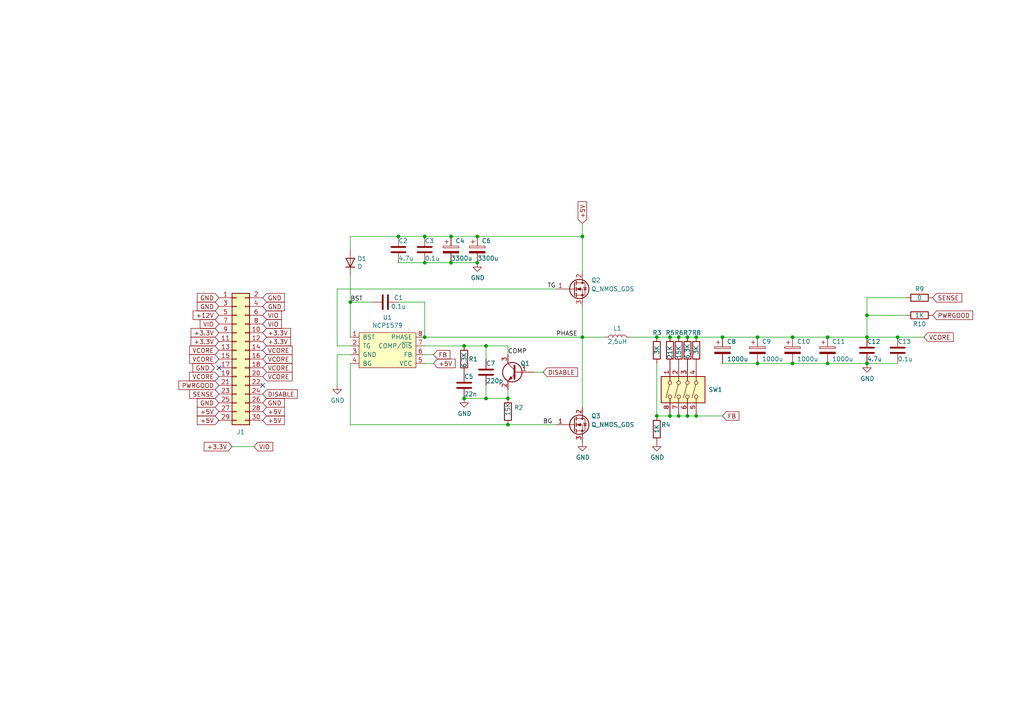
<source format=kicad_sch>
(kicad_sch (version 20230121) (generator eeschema)
  (paper "A4")
  (title_block (title "MMX-VRM") (date "2023-02-27") (rev "0.3") (company "Necroware") (comment 1 "by Scorp"))
  (lib_symbols
    (symbol "Connector_Generic:Conn_02x15_Odd_Even" (pin_names (offset 1.016) hide)
      (property "Reference" "J" (at 1.27 20.32 0))
      (property "Value" "Conn_02x15_Odd_Even" (at 1.27 -20.32 0))
      (symbol "Conn_02x15_Odd_Even_1_1"
        (rectangle (start -1.27 -17.653) (end 0 -17.907) (stroke (width 0.1524)))
        (rectangle (start -1.27 -15.113) (end 0 -15.367) (stroke (width 0.1524)))
        (rectangle (start -1.27 -12.573) (end 0 -12.827) (stroke (width 0.1524)))
        (rectangle (start -1.27 -10.033) (end 0 -10.287) (stroke (width 0.1524)))
        (rectangle (start -1.27 -7.493) (end 0 -7.747) (stroke (width 0.1524)))
        (rectangle (start -1.27 -4.953) (end 0 -5.207) (stroke (width 0.1524)))
        (rectangle (start -1.27 -2.413) (end 0 -2.667) (stroke (width 0.1524)))
        (rectangle (start -1.27 0.127) (end 0 -0.127) (stroke (width 0.1524)))
        (rectangle (start -1.27 2.667) (end 0 2.413) (stroke (width 0.1524)))
        (rectangle (start -1.27 5.207) (end 0 4.953) (stroke (width 0.1524)))
        (rectangle (start -1.27 7.747) (end 0 7.493) (stroke (width 0.1524)))
        (rectangle (start -1.27 10.287) (end 0 10.033) (stroke (width 0.1524)))
        (rectangle (start -1.27 12.827) (end 0 12.573) (stroke (width 0.1524)))
        (rectangle (start -1.27 15.367) (end 0 15.113) (stroke (width 0.1524)))
        (rectangle (start -1.27 17.907) (end 0 17.653) (stroke (width 0.1524)))
        (rectangle (start -1.27 19.05) (end 3.81 -19.05) (stroke (width 0.254)) (fill (type background)))
        (rectangle (start 3.81 -17.653) (end 2.54 -17.907) (stroke (width 0.1524)))
        (rectangle (start 3.81 -15.113) (end 2.54 -15.367) (stroke (width 0.1524)))
        (rectangle (start 3.81 -12.573) (end 2.54 -12.827) (stroke (width 0.1524)))
        (rectangle (start 3.81 -10.033) (end 2.54 -10.287) (stroke (width 0.1524)))
        (rectangle (start 3.81 -7.493) (end 2.54 -7.747) (stroke (width 0.1524)))
        (rectangle (start 3.81 -4.953) (end 2.54 -5.207) (stroke (width 0.1524)))
        (rectangle (start 3.81 -2.413) (end 2.54 -2.667) (stroke (width 0.1524)))
        (rectangle (start 3.81 0.127) (end 2.54 -0.127) (stroke (width 0.1524)))
        (rectangle (start 3.81 2.667) (end 2.54 2.413) (stroke (width 0.1524)))
        (rectangle (start 3.81 5.207) (end 2.54 4.953) (stroke (width 0.1524)))
        (rectangle (start 3.81 7.747) (end 2.54 7.493) (stroke (width 0.1524)))
        (rectangle (start 3.81 10.287) (end 2.54 10.033) (stroke (width 0.1524)))
        (rectangle (start 3.81 12.827) (end 2.54 12.573) (stroke (width 0.1524)))
        (rectangle (start 3.81 15.367) (end 2.54 15.113) (stroke (width 0.1524)))
        (rectangle (start 3.81 17.907) (end 2.54 17.653) (stroke (width 0.1524)))
        (pin passive line (at -5.08 17.78 0) (length 3.81) (name "Pin_1") (number "1"))
        (pin passive line (at 7.62 7.62 180) (length 3.81) (name "Pin_10") (number "10"))
        (pin passive line (at -5.08 5.08 0) (length 3.81) (name "Pin_11") (number "11"))
        (pin passive line (at 7.62 5.08 180) (length 3.81) (name "Pin_12") (number "12"))
        (pin passive line (at -5.08 2.54 0) (length 3.81) (name "Pin_13") (number "13"))
        (pin passive line (at 7.62 2.54 180) (length 3.81) (name "Pin_14") (number "14"))
        (pin passive line (at -5.08 0 0) (length 3.81) (name "Pin_15") (number "15"))
        (pin passive line (at 7.62 0 180) (length 3.81) (name "Pin_16") (number "16"))
        (pin passive line (at -5.08 -2.54 0) (length 3.81) (name "Pin_17") (number "17"))
        (pin passive line (at 7.62 -2.54 180) (length 3.81) (name "Pin_18") (number "18"))
        (pin passive line (at -5.08 -5.08 0) (length 3.81) (name "Pin_19") (number "19"))
        (pin passive line (at 7.62 17.78 180) (length 3.81) (name "Pin_2") (number "2"))
        (pin passive line (at 7.62 -5.08 180) (length 3.81) (name "Pin_20") (number "20"))
        (pin passive line (at -5.08 -7.62 0) (length 3.81) (name "Pin_21") (number "21"))
        (pin passive line (at 7.62 -7.62 180) (length 3.81) (name "Pin_22") (number "22"))
        (pin passive line (at -5.08 -10.16 0) (length 3.81) (name "Pin_23") (number "23"))
        (pin passive line (at 7.62 -10.16 180) (length 3.81) (name "Pin_24") (number "24"))
        (pin passive line (at -5.08 -12.7 0) (length 3.81) (name "Pin_25") (number "25"))
        (pin passive line (at 7.62 -12.7 180) (length 3.81) (name "Pin_26") (number "26"))
        (pin passive line (at -5.08 -15.24 0) (length 3.81) (name "Pin_27") (number "27"))
        (pin passive line (at 7.62 -15.24 180) (length 3.81) (name "Pin_28") (number "28"))
        (pin passive line (at -5.08 -17.78 0) (length 3.81) (name "Pin_29") (number "29"))
        (pin passive line (at -5.08 15.24 0) (length 3.81) (name "Pin_3") (number "3"))
        (pin passive line (at 7.62 -17.78 180) (length 3.81) (name "Pin_30") (number "30"))
        (pin passive line (at 7.62 15.24 180) (length 3.81) (name "Pin_4") (number "4"))
        (pin passive line (at -5.08 12.7 0) (length 3.81) (name "Pin_5") (number "5"))
        (pin passive line (at 7.62 12.7 180) (length 3.81) (name "Pin_6") (number "6"))
        (pin passive line (at -5.08 10.16 0) (length 3.81) (name "Pin_7") (number "7"))
        (pin passive line (at 7.62 10.16 180) (length 3.81) (name "Pin_8") (number "8"))
        (pin passive line (at -5.08 7.62 0) (length 3.81) (name "Pin_9") (number "9"))
      )
    )
    (symbol "Device:C" (pin_numbers hide) (pin_names (offset 0.254))
      (property "Reference" "C" (at 0.635 2.54 0))
      (property "Value" "C" (at 0.635 -2.54 0))
      (symbol "C_0_1"
        (polyline (pts (xy -2.032 -0.762) (xy 2.032 -0.762)) (stroke (width 0.508)))
        (polyline (pts (xy -2.032 0.762) (xy 2.032 0.762)) (stroke (width 0.508)))
      )
      (symbol "C_1_1"
        (pin passive line (at 0 3.81 270) (length 2.794) (name "~") (number "1"))
        (pin passive line (at 0 -3.81 90) (length 2.794) (name "~") (number "2"))
      )
    )
    (symbol "Device:CP" (pin_numbers hide) (pin_names (offset 0.254))
      (property "Reference" "C" (at 0.635 2.54 0))
      (property "Value" "Device_CP" (at 0.635 -2.54 0))
      (symbol "CP_0_1"
        (rectangle (start -2.286 0.508) (end 2.286 1.016))
        (polyline (pts (xy -1.778 2.286) (xy -0.762 2.286)))
        (polyline (pts (xy -1.27 2.794) (xy -1.27 1.778)))
        (rectangle (start 2.286 -0.508) (end -2.286 -1.016) (fill (type outline)))
      )
      (symbol "CP_1_1"
        (pin passive line (at 0 3.81 270) (length 2.794) (name "~") (number "1"))
        (pin passive line (at 0 -3.81 90) (length 2.794) (name "~") (number "2"))
      )
    )
    (symbol "Device:D" (pin_numbers hide) (pin_names (offset 1.016) hide)
      (property "Reference" "D" (at 0 2.54 0))
      (property "Value" "D" (at 0 -2.54 0))
      (symbol "D_0_1"
        (polyline (pts (xy -1.27 1.27) (xy -1.27 -1.27)) (stroke (width 0.254)))
        (polyline (pts (xy 1.27 0) (xy -1.27 0)))
        (polyline (pts (xy 1.27 1.27) (xy 1.27 -1.27) (xy -1.27 0) (xy 1.27 1.27)) (stroke (width 0.254)))
      )
      (symbol "D_1_1"
        (pin passive line (at -3.81 0 0) (length 2.54) (name "K") (number "1"))
        (pin passive line (at 3.81 0 180) (length 2.54) (name "A") (number "2"))
      )
    )
    (symbol "Device:L" (pin_numbers hide) (pin_names (offset 1.016) hide)
      (property "Reference" "L" (at -1.27 0 90))
      (property "Value" "L" (at 1.905 0 90))
      (symbol "L_0_1"
        (arc (start 0 -2.54) (mid 0.6323 -1.905) (end 0 -1.27))
        (arc (start 0 -1.27) (mid 0.6323 -0.635) (end 0 0))
        (arc (start 0 0) (mid 0.6323 0.635) (end 0 1.27))
        (arc (start 0 1.27) (mid 0.6323 1.905) (end 0 2.54))
      )
      (symbol "L_1_1"
        (pin passive line (at 0 3.81 270) (length 1.27) (name "1") (number "1"))
        (pin passive line (at 0 -3.81 90) (length 1.27) (name "2") (number "2"))
      )
    )
    (symbol "Device:Q_NMOS_GDS" (pin_names (offset 0) hide)
      (property "Reference" "Q" (at 5.08 1.27 0))
      (property "Value" "Q_NMOS_GDS" (at 5.08 -1.27 0))
      (symbol "Q_NMOS_GDS_0_1"
        (polyline (pts (xy 0.254 0) (xy -2.54 0)))
        (polyline (pts (xy 0.254 1.905) (xy 0.254 -1.905)) (stroke (width 0.254)))
        (polyline (pts (xy 0.762 -1.27) (xy 0.762 -2.286)) (stroke (width 0.254)))
        (polyline (pts (xy 0.762 0.508) (xy 0.762 -0.508)) (stroke (width 0.254)))
        (polyline (pts (xy 0.762 2.286) (xy 0.762 1.27)) (stroke (width 0.254)))
        (polyline (pts (xy 2.54 2.54) (xy 2.54 1.778)))
        (polyline (pts (xy 2.54 -2.54) (xy 2.54 0) (xy 0.762 0)))
        (polyline (pts (xy 0.762 -1.778) (xy 3.302 -1.778) (xy 3.302 1.778) (xy 0.762 1.778)))
        (polyline (pts (xy 1.016 0) (xy 2.032 0.381) (xy 2.032 -0.381) (xy 1.016 0)) (fill (type outline)))
        (polyline (pts (xy 2.794 0.508) (xy 2.921 0.381) (xy 3.683 0.381) (xy 3.81 0.254)))
        (polyline (pts (xy 3.302 0.381) (xy 2.921 -0.254) (xy 3.683 -0.254) (xy 3.302 0.381)))
        (circle (center 1.651 0) (radius 2.794) (stroke (width 0.254)))
        (circle (center 2.54 -1.778) (radius 0.254) (fill (type outline)))
        (circle (center 2.54 1.778) (radius 0.254) (fill (type outline)))
      )
      (symbol "Q_NMOS_GDS_1_1"
        (pin input line (at -5.08 0 0) (length 2.54) (name "G") (number "1"))
        (pin passive line (at 2.54 5.08 270) (length 2.54) (name "D") (number "2"))
        (pin passive line (at 2.54 -5.08 90) (length 2.54) (name "S") (number "3"))
      )
    )
    (symbol "Device:Q_NPN_BEC" (pin_names (offset 0) hide)
      (property "Reference" "Q" (at 5.08 1.27 0))
      (property "Value" "Q_NPN_BEC" (at 5.08 -1.27 0))
      (symbol "Q_NPN_BEC_0_1"
        (polyline (pts (xy 0.635 0.635) (xy 2.54 2.54)))
        (polyline (pts (xy 0.635 -0.635) (xy 2.54 -2.54) (xy 2.54 -2.54)))
        (polyline (pts (xy 0.635 1.905) (xy 0.635 -1.905) (xy 0.635 -1.905)) (stroke (width 0.508)))
        (polyline (pts (xy 1.27 -1.778) (xy 1.778 -1.27) (xy 2.286 -2.286) (xy 1.27 -1.778) (xy 1.27 -1.778)) (fill (type outline)))
        (circle (center 1.27 0) (radius 2.8194) (stroke (width 0.254)))
      )
      (symbol "Q_NPN_BEC_1_1"
        (pin input line (at -5.08 0 0) (length 5.715) (name "B") (number "1"))
        (pin passive line (at 2.54 -5.08 90) (length 2.54) (name "E") (number "2"))
        (pin passive line (at 2.54 5.08 270) (length 2.54) (name "C") (number "3"))
      )
    )
    (symbol "Device:R" (pin_numbers hide) (pin_names (offset 0))
      (property "Reference" "R" (at 2.032 0 90))
      (property "Value" "R" (at 0 0 90))
      (symbol "R_0_1"
        (rectangle (start -1.016 -2.54) (end 1.016 2.54) (stroke (width 0.254)))
      )
      (symbol "R_1_1"
        (pin passive line (at 0 3.81 270) (length 1.27) (name "~") (number "1"))
        (pin passive line (at 0 -3.81 90) (length 1.27) (name "~") (number "2"))
      )
    )
    (symbol "Switch:SW_DIP_x04" (pin_names (offset 0) hide)
      (property "Reference" "SW" (at 0 8.89 0))
      (property "Value" "SW_DIP_x04" (at 0 -6.35 0))
      (symbol "SW_DIP_x04_0_0"
        (circle (center -2.032 -2.54) (radius 0.508))
        (circle (center -2.032 0) (radius 0.508))
        (circle (center -2.032 2.54) (radius 0.508))
        (circle (center -2.032 5.08) (radius 0.508))
        (polyline (pts (xy -1.524 -2.3876) (xy 2.3622 -1.3462)))
        (polyline (pts (xy -1.524 0.127) (xy 2.3622 1.1684)))
        (polyline (pts (xy -1.524 2.667) (xy 2.3622 3.7084)))
        (polyline (pts (xy -1.524 5.207) (xy 2.3622 6.2484)))
        (circle (center 2.032 -2.54) (radius 0.508))
        (circle (center 2.032 0) (radius 0.508))
        (circle (center 2.032 2.54) (radius 0.508))
        (circle (center 2.032 5.08) (radius 0.508))
      )
      (symbol "SW_DIP_x04_0_1"
        (rectangle (start -3.81 7.62) (end 3.81 -5.08) (stroke (width 0.254)) (fill (type background)))
      )
      (symbol "SW_DIP_x04_1_1"
        (pin passive line (at -7.62 5.08 0) (length 5.08) (name "~") (number "1"))
        (pin passive line (at -7.62 2.54 0) (length 5.08) (name "~") (number "2"))
        (pin passive line (at -7.62 0 0) (length 5.08) (name "~") (number "3"))
        (pin passive line (at -7.62 -2.54 0) (length 5.08) (name "~") (number "4"))
        (pin passive line (at 7.62 -2.54 180) (length 5.08) (name "~") (number "5"))
        (pin passive line (at 7.62 0 180) (length 5.08) (name "~") (number "6"))
        (pin passive line (at 7.62 2.54 180) (length 5.08) (name "~") (number "7"))
        (pin passive line (at 7.62 5.08 180) (length 5.08) (name "~") (number "8"))
      )
    )
    (symbol "mmx-vrm:NCP1579" (pin_names (offset 1.016))
      (property "Reference" "U" (at 0 3.81 0))
      (property "Value" "NCP1579" (at 0 1.27 0))
      (symbol "NCP1579_0_1"
        (rectangle (start -7.62 -1.27) (end 8.89 -11.43) (fill (type background)))
      )
      (symbol "NCP1579_1_1"
        (pin input line (at -10.16 -2.54 0) (length 2.54) (name "BST") (number "1"))
        (pin input line (at -10.16 -5.08 0) (length 2.54) (name "TG") (number "2"))
        (pin input line (at -10.16 -7.62 0) (length 2.54) (name "GND") (number "3"))
        (pin input line (at -10.16 -10.16 0) (length 2.54) (name "BG") (number "4"))
        (pin input line (at 11.43 -10.16 180) (length 2.54) (name "VCC") (number "5"))
        (pin input line (at 11.43 -7.62 180) (length 2.54) (name "FB") (number "6"))
        (pin input line (at 11.43 -5.08 180) (length 2.54) (name "COMP/~{DIS}") (number "7"))
        (pin input line (at 11.43 -2.54 180) (length 2.54) (name "PHASE") (number "8"))
      )
    )
    (symbol "power:GND" (power) (pin_names (offset 0))
      (property "Value" "GND" (at 0 -3.81 0))
      (symbol "GND_0_1"
        (polyline (pts (xy 0 0) (xy 0 -1.27) (xy 1.27 -1.27) (xy 0 -2.54) (xy -1.27 -1.27) (xy 0 -1.27)))
      )
      (symbol "GND_1_1"
        (pin power_in line (at 0 0 270) (length 0) hide (name "GND") (number "1"))
      )
    )
  )
  (junction (at 147.32 115.57))
  (junction (at 194.31 97.79))
  (junction (at 251.46 91.44))
  (junction (at 196.85 120.65))
  (junction (at 115.57 68.58))
  (junction (at 229.87 97.79))
  (junction (at 219.71 105.41))
  (junction (at 168.91 97.79))
  (junction (at 199.39 120.65))
  (junction (at 123.19 97.79))
  (junction (at 240.03 97.79))
  (junction (at 190.5 120.65))
  (junction (at 194.31 120.65))
  (junction (at 123.19 68.58))
  (junction (at 138.43 68.58))
  (junction (at 134.62 100.33))
  (junction (at 138.43 76.2))
  (junction (at 199.39 97.79))
  (junction (at 240.03 105.41))
  (junction (at 134.62 115.57))
  (junction (at 101.6 87.63))
  (junction (at 201.93 120.65))
  (junction (at 251.46 97.79))
  (junction (at 168.91 68.58))
  (junction (at 130.81 76.2))
  (junction (at 130.81 68.58))
  (junction (at 219.71 97.79))
  (junction (at 196.85 97.79))
  (junction (at 140.97 115.57))
  (junction (at 251.46 105.41))
  (junction (at 260.35 97.79))
  (junction (at 147.32 123.19))
  (junction (at 190.5 97.79))
  (junction (at 201.93 97.79))
  (junction (at 209.55 97.79))
  (junction (at 229.87 105.41))
  (junction (at 123.19 76.2))
  (junction (at 140.97 100.33))
  (no_connect (at 76.2 111.76))
  (no_connect (at 63.5 106.68))
  (wire (pts (xy 209.55 105.41) (xy 219.71 105.41)))
  (wire (pts (xy 101.6 87.63) (xy 101.6 97.79)))
  (wire (pts (xy 130.81 76.2) (xy 138.43 76.2)))
  (wire (pts (xy 154.94 107.95) (xy 157.48 107.95)))
  (wire (pts (xy 251.46 91.44) (xy 262.89 91.44)))
  (wire (pts (xy 190.5 105.41) (xy 190.5 120.65)))
  (wire (pts (xy 123.19 100.33) (xy 134.62 100.33)))
  (wire (pts (xy 199.39 120.65) (xy 201.93 120.65)))
  (wire (pts (xy 190.5 97.79) (xy 194.31 97.79)))
  (wire (pts (xy 101.6 68.58) (xy 115.57 68.58)))
  (wire (pts (xy 168.91 97.79) (xy 168.91 118.11)))
  (wire (pts (xy 115.57 87.63) (xy 123.19 87.63)))
  (wire (pts (xy 147.32 113.03) (xy 147.32 115.57)))
  (wire (pts (xy 201.93 97.79) (xy 209.55 97.79)))
  (wire (pts (xy 229.87 105.41) (xy 240.03 105.41)))
  (wire (pts (xy 134.62 100.33) (xy 140.97 100.33)))
  (wire (pts (xy 194.31 97.79) (xy 196.85 97.79)))
  (wire (pts (xy 101.6 72.39) (xy 101.6 68.58)))
  (wire (pts (xy 168.91 64.77) (xy 168.91 68.58)))
  (wire (pts (xy 140.97 100.33) (xy 147.32 100.33)))
  (wire (pts (xy 101.6 123.19) (xy 147.32 123.19)))
  (wire (pts (xy 147.32 115.57) (xy 140.97 115.57)))
  (wire (pts (xy 251.46 91.44) (xy 251.46 97.79)))
  (wire (pts (xy 107.95 87.63) (xy 101.6 87.63)))
  (wire (pts (xy 219.71 97.79) (xy 229.87 97.79)))
  (wire (pts (xy 101.6 105.41) (xy 101.6 123.19)))
  (wire (pts (xy 147.32 100.33) (xy 147.32 102.87)))
  (wire (pts (xy 67.31 129.54) (xy 73.66 129.54)))
  (wire (pts (xy 140.97 111.76) (xy 140.97 115.57)))
  (wire (pts (xy 194.31 120.65) (xy 196.85 120.65)))
  (wire (pts (xy 101.6 102.87) (xy 97.79 102.87)))
  (wire (pts (xy 182.88 97.79) (xy 190.5 97.79)))
  (wire (pts (xy 123.19 97.79) (xy 168.91 97.79)))
  (wire (pts (xy 115.57 68.58) (xy 123.19 68.58)))
  (wire (pts (xy 123.19 68.58) (xy 130.81 68.58)))
  (wire (pts (xy 168.91 68.58) (xy 168.91 78.74)))
  (wire (pts (xy 147.32 123.19) (xy 161.29 123.19)))
  (wire (pts (xy 199.39 97.79) (xy 201.93 97.79)))
  (wire (pts (xy 260.35 97.79) (xy 267.97 97.79)))
  (wire (pts (xy 168.91 97.79) (xy 175.26 97.79)))
  (wire (pts (xy 240.03 105.41) (xy 251.46 105.41)))
  (wire (pts (xy 196.85 97.79) (xy 199.39 97.79)))
  (wire (pts (xy 101.6 80.01) (xy 101.6 87.63)))
  (wire (pts (xy 123.19 105.41) (xy 125.73 105.41)))
  (wire (pts (xy 138.43 68.58) (xy 168.91 68.58)))
  (wire (pts (xy 123.19 87.63) (xy 123.19 97.79)))
  (wire (pts (xy 229.87 97.79) (xy 240.03 97.79)))
  (wire (pts (xy 194.31 120.65) (xy 190.5 120.65)))
  (wire (pts (xy 168.91 88.9) (xy 168.91 97.79)))
  (wire (pts (xy 97.79 83.82) (xy 161.29 83.82)))
  (wire (pts (xy 196.85 120.65) (xy 199.39 120.65)))
  (wire (pts (xy 140.97 115.57) (xy 134.62 115.57)))
  (wire (pts (xy 115.57 76.2) (xy 123.19 76.2)))
  (wire (pts (xy 140.97 100.33) (xy 140.97 104.14)))
  (wire (pts (xy 97.79 102.87) (xy 97.79 111.76)))
  (wire (pts (xy 209.55 97.79) (xy 219.71 97.79)))
  (wire (pts (xy 251.46 86.36) (xy 262.89 86.36)))
  (wire (pts (xy 240.03 97.79) (xy 251.46 97.79)))
  (wire (pts (xy 101.6 100.33) (xy 97.79 100.33)))
  (wire (pts (xy 123.19 76.2) (xy 130.81 76.2)))
  (wire (pts (xy 251.46 105.41) (xy 260.35 105.41)))
  (wire (pts (xy 251.46 97.79) (xy 260.35 97.79)))
  (wire (pts (xy 97.79 100.33) (xy 97.79 83.82)))
  (wire (pts (xy 251.46 86.36) (xy 251.46 91.44)))
  (wire (pts (xy 130.81 68.58) (xy 138.43 68.58)))
  (wire (pts (xy 219.71 105.41) (xy 229.87 105.41)))
  (wire (pts (xy 201.93 120.65) (xy 209.55 120.65)))
  (wire (pts (xy 123.19 102.87) (xy 125.73 102.87)))
  (label "PHASE" (at 161.29 97.79 0))
  (label "COMP" (at 147.32 102.87 0))
  (label "TG" (at 158.75 83.82 0))
  (label "BST" (at 101.6 87.63 0))
  (label "BG" (at 157.48 123.19 0))
  (global_label "GND" (shape input) (at 63.5 116.84 180) (property "Intersheetrefs" "${INTERSHEET_REFS}" (effects hide)))
  (global_label "VCORE" (shape input) (at 76.2 104.14 0) (property "Intersheetrefs" "${INTERSHEET_REFS}" (effects hide)))
  (global_label "+5V" (shape input) (at 168.91 64.77 90) (property "Intersheetrefs" "${INTERSHEET_REFS}" (effects hide)))
  (global_label "GND" (shape input) (at 76.2 86.36 0) (property "Intersheetrefs" "${INTERSHEET_REFS}" (effects hide)))
  (global_label "GND" (shape input) (at 63.5 86.36 180) (property "Intersheetrefs" "${INTERSHEET_REFS}" (effects hide)))
  (global_label "VIO" (shape input) (at 76.2 91.44 0) (property "Intersheetrefs" "${INTERSHEET_REFS}" (effects hide)))
  (global_label "FB" (shape input) (at 125.73 102.87 0) (property "Intersheetrefs" "${INTERSHEET_REFS}" (effects hide)))
  (global_label "GND" (shape input) (at 76.2 116.84 0) (property "Intersheetrefs" "${INTERSHEET_REFS}" (effects hide)))
  (global_label "PWRGOOD" (shape input) (at 270.51 91.44 0) (property "Intersheetrefs" "${INTERSHEET_REFS}" (effects hide)))
  (global_label "VCORE" (shape input) (at 267.97 97.79 0) (property "Intersheetrefs" "${INTERSHEET_REFS}" (effects hide)))
  (global_label "DISABLE" (shape input) (at 157.48 107.95 0) (property "Intersheetrefs" "${INTERSHEET_REFS}" (effects hide)))
  (global_label "VIO" (shape input) (at 63.5 93.98 180) (property "Intersheetrefs" "${INTERSHEET_REFS}" (effects hide)))
  (global_label "GND" (shape input) (at 62.23 106.68 180) (property "Intersheetrefs" "${INTERSHEET_REFS}" (effects hide)))
  (global_label "FB" (shape input) (at 209.55 120.65 0) (property "Intersheetrefs" "${INTERSHEET_REFS}" (effects hide)))
  (global_label "+5V" (shape input) (at 63.5 121.92 180) (property "Intersheetrefs" "${INTERSHEET_REFS}" (effects hide)))
  (global_label "DISABLE" (shape input) (at 76.2 114.3 0) (property "Intersheetrefs" "${INTERSHEET_REFS}" (effects hide)))
  (global_label "+3.3V" (shape input) (at 63.5 96.52 180) (property "Intersheetrefs" "${INTERSHEET_REFS}" (effects hide)))
  (global_label "VCORE" (shape input) (at 63.5 101.6 180) (property "Intersheetrefs" "${INTERSHEET_REFS}" (effects hide)))
  (global_label "VCORE" (shape input) (at 76.2 109.22 0) (property "Intersheetrefs" "${INTERSHEET_REFS}" (effects hide)))
  (global_label "+3.3V" (shape input) (at 76.2 99.06 0) (property "Intersheetrefs" "${INTERSHEET_REFS}" (effects hide)))
  (global_label "+5V" (shape input) (at 76.2 121.92 0) (property "Intersheetrefs" "${INTERSHEET_REFS}" (effects hide)))
  (global_label "+5V" (shape input) (at 63.5 119.38 180) (property "Intersheetrefs" "${INTERSHEET_REFS}" (effects hide)))
  (global_label "VCORE" (shape input) (at 63.5 109.22 180) (property "Intersheetrefs" "${INTERSHEET_REFS}" (effects hide)))
  (global_label "PWRGOOD" (shape input) (at 63.5 111.76 180) (property "Intersheetrefs" "${INTERSHEET_REFS}" (effects hide)))
  (global_label "+12V" (shape input) (at 63.5 91.44 180) (property "Intersheetrefs" "${INTERSHEET_REFS}" (effects hide)))
  (global_label "VCORE" (shape input) (at 76.2 101.6 0) (property "Intersheetrefs" "${INTERSHEET_REFS}" (effects hide)))
  (global_label "+3.3V" (shape input) (at 63.5 99.06 180) (property "Intersheetrefs" "${INTERSHEET_REFS}" (effects hide)))
  (global_label "VCORE" (shape input) (at 76.2 106.68 0) (property "Intersheetrefs" "${INTERSHEET_REFS}" (effects hide)))
  (global_label "SENSE" (shape input) (at 270.51 86.36 0) (property "Intersheetrefs" "${INTERSHEET_REFS}" (effects hide)))
  (global_label "+5V" (shape input) (at 125.73 105.41 0) (property "Intersheetrefs" "${INTERSHEET_REFS}" (effects hide)))
  (global_label "VIO" (shape input) (at 73.66 129.54 0) (property "Intersheetrefs" "${INTERSHEET_REFS}" (effects hide)))
  (global_label "VIO" (shape input) (at 76.2 93.98 0) (property "Intersheetrefs" "${INTERSHEET_REFS}" (effects hide)))
  (global_label "GND" (shape input) (at 76.2 88.9 0) (property "Intersheetrefs" "${INTERSHEET_REFS}" (effects hide)))
  (global_label "VCORE" (shape input) (at 63.5 104.14 180) (property "Intersheetrefs" "${INTERSHEET_REFS}" (effects hide)))
  (global_label "+3.3V" (shape input) (at 76.2 96.52 0) (property "Intersheetrefs" "${INTERSHEET_REFS}" (effects hide)))
  (global_label "+3.3V" (shape input) (at 67.31 129.54 180) (property "Intersheetrefs" "${INTERSHEET_REFS}" (effects hide)))
  (global_label "SENSE" (shape input) (at 63.5 114.3 180) (property "Intersheetrefs" "${INTERSHEET_REFS}" (effects hide)))
  (global_label "+5V" (shape input) (at 76.2 119.38 0) (property "Intersheetrefs" "${INTERSHEET_REFS}" (effects hide)))
  (global_label "GND" (shape input) (at 63.5 88.9 180) (property "Intersheetrefs" "${INTERSHEET_REFS}" (effects hide)))
  (symbol (lib_id "Connector_Generic:Conn_02x15_Odd_Even") (at 68.58 104.14 0) (unit 1)
    (property "Reference" "J1" (at 69.85 125.2982 0))
    (property "Value" "Conn_02x15_Row_Letter_First" (effects hide))
    (property "Footprint" "Connector_PinSocket_2.54mm:PinSocket_2x15_P2.54mm_Horizontal" (effects hide))
    (property "LCSC" "C2897435" (effects hide))
  )
  (symbol (lib_id "Device:R") (at 190.5 124.46 0) (unit 1)
    (property "Reference" "R4" (at 191.77 123.19 0) (effects (justify left)))
    (property "Value" "1K" (at 190.5 125.73 90) (effects (justify left)))
    (property "Footprint" "Resistor_SMD:R_1206_3216Metric_Pad1.30x1.75mm_HandSolder" (effects hide))
    (property "LCSC" "C144508" (effects hide))
  )
  (symbol (lib_id "Device:R") (at 190.5 101.6 0) (unit 1)
    (property "Reference" "R3" (at 189.23 96.52 0) (effects (justify left)))
    (property "Value" "3K" (at 190.5 102.87 90) (effects (justify left)))
    (property "Footprint" "Resistor_SMD:R_1206_3216Metric_Pad1.30x1.75mm_HandSolder" (effects hide))
    (property "LCSC" "C229609" (effects hide))
  )
  (symbol (lib_id "power:GND") (at 190.5 128.27 0) (unit 1)
    (property "Reference" "#PWR05" (effects hide))
    (property "Value" "GND" (at 190.627 132.6642 0))
  )
  (symbol (lib_id "Switch:SW_DIP_x04") (at 199.39 113.03 90) (mirror x) (unit 1)
    (property "Reference" "SW1" (at 209.55 113.03 90) (effects (justify left)))
    (property "Value" "SW_DIP_x04" (effects hide))
    (property "Footprint" "Button_Switch_THT:SW_DIP_SPSTx04_Slide_9.78x12.34mm_W7.62mm_P2.54mm" (effects hide))
    (property "LCSC" "C15781" (effects hide))
  )
  (symbol (lib_id "Device:R") (at 199.39 101.6 0) (unit 1)
    (property "Reference" "R7" (at 198.12 96.52 0) (effects (justify left)))
    (property "Value" "6,3K" (at 199.39 104.14 90) (effects (justify left)))
    (property "Footprint" "Resistor_SMD:R_1206_3216Metric_Pad1.30x1.75mm_HandSolder" (effects hide))
    (property "LCSC" "C229767" (effects hide))
  )
  (symbol (lib_id "Device:R") (at 196.85 101.6 0) (unit 1)
    (property "Reference" "R6" (at 195.58 96.52 0) (effects (justify left)))
    (property "Value" "15K" (at 196.85 104.14 90) (effects (justify left)))
    (property "Footprint" "Resistor_SMD:R_1206_3216Metric_Pad1.30x1.75mm_HandSolder" (effects hide))
    (property "LCSC" "C144515" (effects hide))
  )
  (symbol (lib_id "Device:R") (at 194.31 101.6 0) (unit 1)
    (property "Reference" "R5" (at 193.04 96.52 0) (effects (justify left)))
    (property "Value" "21K" (at 194.31 104.14 90) (effects (justify left)))
    (property "Footprint" "Resistor_SMD:R_1206_3216Metric_Pad1.30x1.75mm_HandSolder" (effects hide))
    (property "LCSC" "C229446" (effects hide))
  )
  (symbol (lib_id "Device:R") (at 266.7 91.44 270) (unit 1)
    (property "Reference" "R10" (at 266.7 93.98 90))
    (property "Value" "1K" (at 266.7 91.44 90))
    (property "Footprint" "Resistor_SMD:R_1206_3216Metric_Pad1.30x1.75mm_HandSolder" (effects hide))
    (property "LCSC" "C144508" (effects hide))
  )
  (symbol (lib_id "Device:R") (at 266.7 86.36 270) (unit 1)
    (property "Reference" "R9" (at 266.7 83.82 90))
    (property "Value" "0" (at 266.7 86.36 90))
    (property "Footprint" "Resistor_SMD:R_1206_3216Metric_Pad1.30x1.75mm_HandSolder" (effects hide))
    (property "LCSC" "C352163" (effects hide))
  )
  (symbol (lib_id "Device:L") (at 179.07 97.79 90) (unit 1)
    (property "Reference" "L1" (at 179.07 95.25 90))
    (property "Value" "2,5uH" (at 179.07 99.06 90))
    (property "Footprint" "Inductor_THT:L_Toroid_Vertical_L16.0mm_W8.0mm_P7.62mm" (effects hide))
  )
  (symbol (lib_id "Device:CP") (at 209.55 101.6 0) (unit 1)
    (property "Reference" "C8" (at 210.82 99.06 0) (effects (justify left)))
    (property "Value" "1000u" (at 210.82 104.14 0) (effects (justify left)))
    (property "Footprint" "Capacitor_THT:CP_Radial_D8.0mm_P3.50mm" (effects hide))
    (property "LCSC" "C407858" (effects hide))
  )
  (symbol (lib_id "mmx-vrm:NCP1579") (at 111.76 95.25 0) (unit 1)
    (property "Reference" "U1" (at 112.395 92.075 0))
    (property "Value" "NCP1579" (at 112.395 94.3864 0))
    (property "Footprint" "Package_SO:SOIC-8_3.9x4.9mm_P1.27mm" (effects hide))
    (property "LCSC" "C235991" (effects hide))
  )
  (symbol (lib_id "Device:C") (at 111.76 87.63 90) (unit 1)
    (property "Reference" "C1" (at 115.57 86.36 90))
    (property "Value" "0.1u" (at 115.57 88.9 90))
    (property "Footprint" "Capacitor_SMD:C_1206_3216Metric_Pad1.33x1.80mm_HandSolder" (effects hide))
    (property "LCSC" "C696845" (effects hide))
  )
  (symbol (lib_id "Device:Q_NMOS_GDS") (at 166.37 83.82 0) (unit 1)
    (property "Reference" "Q2" (at 171.45 81.28 0) (effects (justify left)))
    (property "Value" "Q_NMOS_GDS" (at 171.45 83.82 0) (effects (justify left)))
    (property "Footprint" "Package_TO_SOT_SMD:TO-252-2" (effects hide))
    (property "LCSC" "C496603" (effects hide))
  )
  (symbol (lib_id "Device:Q_NMOS_GDS") (at 166.37 123.19 0) (unit 1)
    (property "Reference" "Q3" (at 171.45 120.65 0) (effects (justify left)))
    (property "Value" "Q_NMOS_GDS" (at 171.45 123.19 0) (effects (justify left)))
    (property "Footprint" "Package_TO_SOT_SMD:TO-252-2" (effects hide))
    (property "LCSC" "C496603" (effects hide))
  )
  (symbol (lib_id "power:GND") (at 97.79 111.76 0) (unit 1)
    (property "Reference" "#PWR01" (effects hide))
    (property "Value" "GND" (at 97.917 116.1542 0))
  )
  (symbol (lib_id "power:GND") (at 168.91 128.27 0) (unit 1)
    (property "Reference" "#PWR04" (effects hide))
    (property "Value" "GND" (at 169.037 132.6642 0))
  )
  (symbol (lib_id "Device:C") (at 251.46 101.6 0) (unit 1)
    (property "Reference" "C12" (at 251.46 99.06 0) (effects (justify left)))
    (property "Value" "4.7u" (at 251.46 104.14 0) (effects (justify left)))
    (property "Footprint" "Capacitor_SMD:C_1206_3216Metric_Pad1.33x1.80mm_HandSolder" (effects hide))
    (property "LCSC" "C105997" (effects hide))
  )
  (symbol (lib_id "power:GND") (at 251.46 105.41 0) (unit 1)
    (property "Reference" "#PWR06" (effects hide))
    (property "Value" "GND" (at 251.587 109.8042 0))
  )
  (symbol (lib_id "Device:C") (at 123.19 72.39 0) (unit 1)
    (property "Reference" "C3" (at 123.19 69.85 0) (effects (justify left)))
    (property "Value" "0.1u" (at 123.19 74.93 0) (effects (justify left)))
    (property "Footprint" "Capacitor_SMD:C_1206_3216Metric_Pad1.33x1.80mm_HandSolder" (effects hide))
    (property "LCSC" "C696845" (effects hide))
  )
  (symbol (lib_id "power:GND") (at 134.62 115.57 0) (unit 1)
    (property "Reference" "#PWR02" (effects hide))
    (property "Value" "GND" (at 134.747 119.9642 0))
  )
  (symbol (lib_id "Device:D") (at 101.6 76.2 90) (unit 1)
    (property "Reference" "D1" (at 103.632 75.0316 90) (effects (justify right)))
    (property "Value" "D" (at 103.632 77.343 90) (effects (justify right)))
    (property "Footprint" "Diode_SMD:D_1206_3216Metric_Pad1.42x1.75mm_HandSolder" (effects hide))
    (property "LCSC" "C109000" (effects hide))
  )
  (symbol (lib_id "Device:C") (at 140.97 107.95 0) (unit 1)
    (property "Reference" "C7" (at 140.97 105.41 0) (effects (justify left)))
    (property "Value" "220p" (at 140.97 110.49 0) (effects (justify left)))
    (property "Footprint" "Capacitor_SMD:C_1206_3216Metric_Pad1.33x1.80mm_HandSolder" (effects hide))
    (property "LCSC" "C377077" (effects hide))
  )
  (symbol (lib_id "Device:C") (at 134.62 111.76 0) (unit 1)
    (property "Reference" "C5" (at 134.62 109.22 0) (effects (justify left)))
    (property "Value" "22n" (at 134.62 114.3 0) (effects (justify left)))
    (property "Footprint" "Capacitor_SMD:C_1206_3216Metric_Pad1.33x1.80mm_HandSolder" (effects hide))
    (property "LCSC" "C282848" (effects hide))
  )
  (symbol (lib_id "Device:R") (at 134.62 104.14 0) (unit 1)
    (property "Reference" "R1" (at 135.89 104.14 0) (effects (justify left)))
    (property "Value" "6,3K" (at 134.62 106.68 90) (effects (justify left)))
    (property "Footprint" "Resistor_SMD:R_1206_3216Metric_Pad1.30x1.75mm_HandSolder" (effects hide))
    (property "LCSC" "C229767" (effects hide))
  )
  (symbol (lib_id "Device:Q_NPN_BEC") (at 149.86 107.95 0) (mirror y) (unit 1)
    (property "Reference" "Q1" (at 153.67 105.41 0) (effects (justify left)))
    (property "Value" "Q_NPN_BEC" (effects hide))
    (property "Footprint" "Package_TO_SOT_SMD:SOT-23" (effects hide))
    (property "LCSC" "C13871" (effects hide))
  )
  (symbol (lib_id "Device:CP") (at 219.71 101.6 0) (unit 1)
    (property "Reference" "C9" (at 220.98 99.06 0) (effects (justify left)))
    (property "Value" "1000u" (at 220.98 104.14 0) (effects (justify left)))
    (property "Footprint" "Capacitor_THT:CP_Radial_D8.0mm_P3.50mm" (effects hide))
    (property "LCSC" "C407858" (effects hide))
  )
  (symbol (lib_id "Device:R") (at 201.93 101.6 0) (unit 1)
    (property "Reference" "R8" (at 200.66 96.52 0) (effects (justify left)))
    (property "Value" "3K" (at 201.93 102.87 90) (effects (justify left)))
    (property "Footprint" "Resistor_SMD:R_1206_3216Metric_Pad1.30x1.75mm_HandSolder" (effects hide))
    (property "LCSC" "C229609" (effects hide))
  )
  (symbol (lib_id "power:GND") (at 138.43 76.2 0) (unit 1)
    (property "Reference" "#PWR03" (effects hide))
    (property "Value" "GND" (at 138.557 80.5942 0))
  )
  (symbol (lib_id "Device:C") (at 115.57 72.39 0) (unit 1)
    (property "Reference" "C2" (at 115.57 69.85 0) (effects (justify left)))
    (property "Value" "4.7u" (at 115.57 74.93 0) (effects (justify left)))
    (property "Footprint" "Capacitor_SMD:C_1206_3216Metric_Pad1.33x1.80mm_HandSolder" (effects hide))
    (property "LCSC" "C105997" (effects hide))
  )
  (symbol (lib_id "Device:R") (at 147.32 119.38 0) (unit 1)
    (property "Reference" "R2" (at 149.098 118.2116 0) (effects (justify left)))
    (property "Value" "15K" (at 147.32 120.65 90) (effects (justify left)))
    (property "Footprint" "Resistor_SMD:R_1206_3216Metric_Pad1.30x1.75mm_HandSolder" (effects hide))
    (property "LCSC" "C144515" (effects hide))
  )
  (symbol (lib_id "Device:CP") (at 130.81 72.39 0) (unit 1)
    (property "Reference" "C4" (at 132.08 69.85 0) (effects (justify left)))
    (property "Value" "3300u" (at 130.81 74.93 0) (effects (justify left)))
    (property "Footprint" "Capacitor_THT:CP_Radial_D10.0mm_P5.00mm" (effects hide))
    (property "LCSC" "C407862" (effects hide))
  )
  (symbol (lib_id "Device:C") (at 260.35 101.6 0) (unit 1)
    (property "Reference" "C13" (at 260.35 99.06 0) (effects (justify left)))
    (property "Value" "0.1u" (at 260.35 104.14 0) (effects (justify left)))
    (property "Footprint" "Capacitor_SMD:C_1206_3216Metric_Pad1.33x1.80mm_HandSolder" (effects hide))
    (property "LCSC" "C696845" (effects hide))
  )
  (symbol (lib_id "Device:CP") (at 240.03 101.6 0) (unit 1)
    (property "Reference" "C11" (at 241.3 99.06 0) (effects (justify left)))
    (property "Value" "1000u" (at 241.3 104.14 0) (effects (justify left)))
    (property "Footprint" "Capacitor_THT:CP_Radial_D8.0mm_P3.50mm" (effects hide))
    (property "LCSC" "C407858" (effects hide))
  )
  (symbol (lib_id "Device:CP") (at 229.87 101.6 0) (unit 1)
    (property "Reference" "C10" (at 231.14 99.06 0) (effects (justify left)))
    (property "Value" "1000u" (at 231.14 104.14 0) (effects (justify left)))
    (property "Footprint" "Capacitor_THT:CP_Radial_D8.0mm_P3.50mm" (effects hide))
    (property "LCSC" "C407858" (effects hide))
  )
  (symbol (lib_id "Device:CP") (at 138.43 72.39 0) (unit 1)
    (property "Reference" "C6" (at 139.7 69.85 0) (effects (justify left)))
    (property "Value" "3300u" (at 138.43 74.93 0) (effects (justify left)))
    (property "Footprint" "Capacitor_THT:CP_Radial_D10.0mm_P5.00mm" (effects hide))
    (property "LCSC" "C407862" (effects hide))
  )
)
</source>
